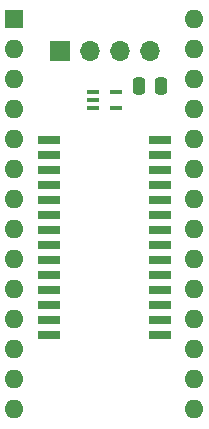
<source format=gbr>
%TF.GenerationSoftware,KiCad,Pcbnew,(6.0.11)*%
%TF.CreationDate,2024-01-03T21:38:51+00:00*%
%TF.ProjectId,BBCB-SWROM-32,42424342-2d53-4575-924f-4d2d33322e6b,rev?*%
%TF.SameCoordinates,Original*%
%TF.FileFunction,Soldermask,Top*%
%TF.FilePolarity,Negative*%
%FSLAX46Y46*%
G04 Gerber Fmt 4.6, Leading zero omitted, Abs format (unit mm)*
G04 Created by KiCad (PCBNEW (6.0.11)) date 2024-01-03 21:38:51*
%MOMM*%
%LPD*%
G01*
G04 APERTURE LIST*
G04 Aperture macros list*
%AMRoundRect*
0 Rectangle with rounded corners*
0 $1 Rounding radius*
0 $2 $3 $4 $5 $6 $7 $8 $9 X,Y pos of 4 corners*
0 Add a 4 corners polygon primitive as box body*
4,1,4,$2,$3,$4,$5,$6,$7,$8,$9,$2,$3,0*
0 Add four circle primitives for the rounded corners*
1,1,$1+$1,$2,$3*
1,1,$1+$1,$4,$5*
1,1,$1+$1,$6,$7*
1,1,$1+$1,$8,$9*
0 Add four rect primitives between the rounded corners*
20,1,$1+$1,$2,$3,$4,$5,0*
20,1,$1+$1,$4,$5,$6,$7,0*
20,1,$1+$1,$6,$7,$8,$9,0*
20,1,$1+$1,$8,$9,$2,$3,0*%
G04 Aperture macros list end*
%ADD10R,1.000000X0.400000*%
%ADD11R,1.600000X1.600000*%
%ADD12O,1.600000X1.600000*%
%ADD13R,1.922000X0.650000*%
%ADD14RoundRect,0.250000X-0.250000X-0.475000X0.250000X-0.475000X0.250000X0.475000X-0.250000X0.475000X0*%
%ADD15R,1.700000X1.700000*%
%ADD16O,1.700000X1.700000*%
G04 APERTURE END LIST*
D10*
%TO.C,U3*%
X152125000Y-75950000D03*
X152125000Y-76600000D03*
X152125000Y-77250000D03*
X154125000Y-77250000D03*
X154125000Y-75950000D03*
%TD*%
D11*
%TO.C,U1*%
X145500000Y-69755000D03*
D12*
X145500000Y-72295000D03*
X145500000Y-74835000D03*
X145500000Y-77375000D03*
X145500000Y-79915000D03*
X145500000Y-82455000D03*
X145500000Y-84995000D03*
X145500000Y-87535000D03*
X145500000Y-90075000D03*
X145500000Y-92615000D03*
X145500000Y-95155000D03*
X145500000Y-97695000D03*
X145500000Y-100235000D03*
X145500000Y-102775000D03*
X160740000Y-102775000D03*
X160740000Y-100235000D03*
X160740000Y-97695000D03*
X160740000Y-95155000D03*
X160740000Y-92615000D03*
X160740000Y-90075000D03*
X160740000Y-87535000D03*
X160740000Y-84995000D03*
X160740000Y-82455000D03*
X160740000Y-79915000D03*
X160740000Y-77375000D03*
X160740000Y-74835000D03*
X160740000Y-72295000D03*
X160740000Y-69755000D03*
%TD*%
D13*
%TO.C,U2*%
X148411000Y-79945000D03*
X148411000Y-81215000D03*
X148411000Y-82485000D03*
X148411000Y-83755000D03*
X148411000Y-85025000D03*
X148411000Y-86295000D03*
X148411000Y-87565000D03*
X148411000Y-88835000D03*
X148411000Y-90105000D03*
X148411000Y-91375000D03*
X148411000Y-92645000D03*
X148411000Y-93915000D03*
X148411000Y-95185000D03*
X148411000Y-96455000D03*
X157839000Y-96455000D03*
X157839000Y-95185000D03*
X157839000Y-93915000D03*
X157839000Y-92645000D03*
X157839000Y-91375000D03*
X157839000Y-90105000D03*
X157839000Y-88835000D03*
X157839000Y-87565000D03*
X157839000Y-86295000D03*
X157839000Y-85025000D03*
X157839000Y-83755000D03*
X157839000Y-82485000D03*
X157839000Y-81215000D03*
X157839000Y-79945000D03*
%TD*%
D14*
%TO.C,C1*%
X156030000Y-75380000D03*
X157930000Y-75380000D03*
%TD*%
D15*
%TO.C,J1*%
X149325000Y-72475000D03*
D16*
X151865000Y-72475000D03*
X154405000Y-72475000D03*
X156945000Y-72475000D03*
%TD*%
M02*

</source>
